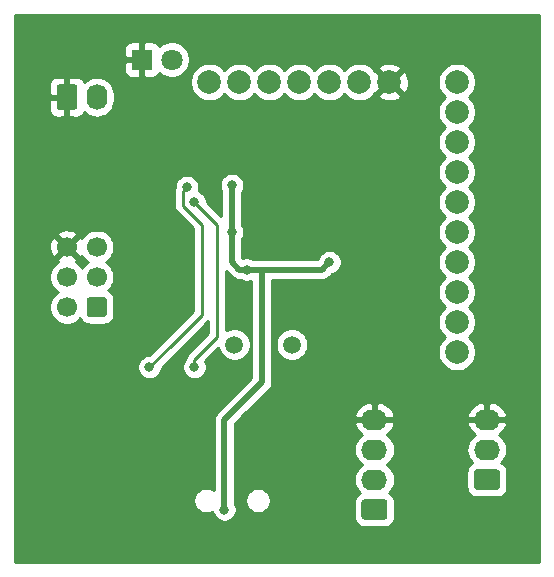
<source format=gbr>
%TF.GenerationSoftware,KiCad,Pcbnew,5.1.10*%
%TF.CreationDate,2021-10-29T02:28:02-05:00*%
%TF.ProjectId,evan_atmega32u4,6576616e-5f61-4746-9d65-676133327534,rev?*%
%TF.SameCoordinates,Original*%
%TF.FileFunction,Copper,L2,Bot*%
%TF.FilePolarity,Positive*%
%FSLAX46Y46*%
G04 Gerber Fmt 4.6, Leading zero omitted, Abs format (unit mm)*
G04 Created by KiCad (PCBNEW 5.1.10) date 2021-10-29 02:28:02*
%MOMM*%
%LPD*%
G01*
G04 APERTURE LIST*
%TA.AperFunction,ComponentPad*%
%ADD10C,1.500000*%
%TD*%
%TA.AperFunction,ComponentPad*%
%ADD11C,1.800000*%
%TD*%
%TA.AperFunction,ComponentPad*%
%ADD12R,1.800000X1.800000*%
%TD*%
%TA.AperFunction,ComponentPad*%
%ADD13C,2.000000*%
%TD*%
%TA.AperFunction,ComponentPad*%
%ADD14O,2.190000X1.740000*%
%TD*%
%TA.AperFunction,ComponentPad*%
%ADD15O,1.740000X2.190000*%
%TD*%
%TA.AperFunction,ComponentPad*%
%ADD16C,1.700000*%
%TD*%
%TA.AperFunction,ViaPad*%
%ADD17C,0.800000*%
%TD*%
%TA.AperFunction,Conductor*%
%ADD18C,0.508000*%
%TD*%
%TA.AperFunction,Conductor*%
%ADD19C,0.254000*%
%TD*%
%TA.AperFunction,Conductor*%
%ADD20C,0.100000*%
%TD*%
G04 APERTURE END LIST*
D10*
%TO.P,Y1,2*%
%TO.N,Net-(C2-Pad2)*%
X174825000Y-81915000D03*
%TO.P,Y1,1*%
%TO.N,Net-(C1-Pad1)*%
X179705000Y-81915000D03*
%TD*%
D11*
%TO.P,D2,2*%
%TO.N,Net-(D2-Pad2)*%
X169545000Y-57785000D03*
D12*
%TO.P,D2,1*%
%TO.N,GND*%
X167005000Y-57785000D03*
%TD*%
D13*
%TO.P,PB1,1*%
%TO.N,GND*%
X187960000Y-59690000D03*
%TD*%
D14*
%TO.P,J5,4*%
%TO.N,GND*%
X186690000Y-88265000D03*
%TO.P,J5,3*%
%TO.N,Net-(J5-Pad3)*%
X186690000Y-90805000D03*
%TO.P,J5,2*%
%TO.N,Net-(J5-Pad2)*%
X186690000Y-93345000D03*
%TO.P,J5,1*%
%TO.N,+5V*%
%TA.AperFunction,ComponentPad*%
G36*
G01*
X187535001Y-96755000D02*
X185844999Y-96755000D01*
G75*
G02*
X185595000Y-96505001I0J249999D01*
G01*
X185595000Y-95264999D01*
G75*
G02*
X185844999Y-95015000I249999J0D01*
G01*
X187535001Y-95015000D01*
G75*
G02*
X187785000Y-95264999I0J-249999D01*
G01*
X187785000Y-96505001D01*
G75*
G02*
X187535001Y-96755000I-249999J0D01*
G01*
G37*
%TD.AperFunction*%
%TD*%
D13*
%TO.P,PF7,1*%
%TO.N,Net-(PF7-Pad1)*%
X185420000Y-59690000D03*
%TD*%
%TO.P,PF6,1*%
%TO.N,Net-(PF6-Pad1)*%
X182880000Y-59690000D03*
%TD*%
%TO.P,PF5,1*%
%TO.N,Net-(PF5-Pad1)*%
X180340000Y-59690000D03*
%TD*%
%TO.P,PF4,1*%
%TO.N,Net-(PF4-Pad1)*%
X177800000Y-59690000D03*
%TD*%
%TO.P,PF1,1*%
%TO.N,Net-(PF1-Pad1)*%
X175260000Y-59690000D03*
%TD*%
%TO.P,PF0,1*%
%TO.N,Net-(PF0-Pad1)*%
X172720000Y-59690000D03*
%TD*%
%TO.P,PE2,1*%
%TO.N,Net-(PE2-Pad1)*%
X193675000Y-59690000D03*
%TD*%
%TO.P,PD7,1*%
%TO.N,Net-(PD7-Pad1)*%
X193675000Y-74930000D03*
%TD*%
%TO.P,PD6,1*%
%TO.N,Net-(PD6-Pad1)*%
X193675000Y-77470000D03*
%TD*%
%TO.P,PD5,1*%
%TO.N,Net-(PD5-Pad1)*%
X193675000Y-82550000D03*
%TD*%
%TO.P,PD4,1*%
%TO.N,Net-(PD4-Pad1)*%
X193675000Y-80010000D03*
%TD*%
%TO.P,PC7,1*%
%TO.N,Net-(PC7-Pad1)*%
X193675000Y-62230000D03*
%TD*%
%TO.P,PC6,1*%
%TO.N,Net-(PC6-Pad1)*%
X193675000Y-64770000D03*
%TD*%
%TO.P,PB6,1*%
%TO.N,Net-(PB6-Pad1)*%
X193675000Y-67310000D03*
%TD*%
%TO.P,PB5,1*%
%TO.N,Net-(PB5-Pad1)*%
X193675000Y-69850000D03*
%TD*%
%TO.P,PB4,1*%
%TO.N,Net-(PB4-Pad1)*%
X193675000Y-72390000D03*
%TD*%
D14*
%TO.P,J4,3*%
%TO.N,GND*%
X196215000Y-88265000D03*
%TO.P,J4,2*%
%TO.N,/TX*%
X196215000Y-90805000D03*
%TO.P,J4,1*%
%TO.N,/RX*%
%TA.AperFunction,ComponentPad*%
G36*
G01*
X197060001Y-94215000D02*
X195369999Y-94215000D01*
G75*
G02*
X195120000Y-93965001I0J249999D01*
G01*
X195120000Y-92724999D01*
G75*
G02*
X195369999Y-92475000I249999J0D01*
G01*
X197060001Y-92475000D01*
G75*
G02*
X197310000Y-92724999I0J-249999D01*
G01*
X197310000Y-93965001D01*
G75*
G02*
X197060001Y-94215000I-249999J0D01*
G01*
G37*
%TD.AperFunction*%
%TD*%
D15*
%TO.P,J3,2*%
%TO.N,+5V*%
X163195000Y-60960000D03*
%TO.P,J3,1*%
%TO.N,GND*%
%TA.AperFunction,ComponentPad*%
G36*
G01*
X159785000Y-61805001D02*
X159785000Y-60114999D01*
G75*
G02*
X160034999Y-59865000I249999J0D01*
G01*
X161275001Y-59865000D01*
G75*
G02*
X161525000Y-60114999I0J-249999D01*
G01*
X161525000Y-61805001D01*
G75*
G02*
X161275001Y-62055000I-249999J0D01*
G01*
X160034999Y-62055000D01*
G75*
G02*
X159785000Y-61805001I0J249999D01*
G01*
G37*
%TD.AperFunction*%
%TD*%
D16*
%TO.P,J2,6*%
%TO.N,GND*%
X160655000Y-73660000D03*
%TO.P,J2,4*%
%TO.N,/MOSI*%
X160655000Y-76200000D03*
%TO.P,J2,2*%
%TO.N,Net-(D1-Pad2)*%
X160655000Y-78740000D03*
%TO.P,J2,5*%
%TO.N,/RST*%
X163195000Y-73660000D03*
%TO.P,J2,3*%
%TO.N,/SCK*%
X163195000Y-76200000D03*
%TO.P,J2,1*%
%TO.N,/MISO*%
%TA.AperFunction,ComponentPad*%
G36*
G01*
X164045000Y-78140000D02*
X164045000Y-79340000D01*
G75*
G02*
X163795000Y-79590000I-250000J0D01*
G01*
X162595000Y-79590000D01*
G75*
G02*
X162345000Y-79340000I0J250000D01*
G01*
X162345000Y-78140000D01*
G75*
G02*
X162595000Y-77890000I250000J0D01*
G01*
X163795000Y-77890000D01*
G75*
G02*
X164045000Y-78140000I0J-250000D01*
G01*
G37*
%TD.AperFunction*%
%TD*%
D17*
%TO.N,GND*%
X178435000Y-71755000D03*
X187325000Y-78105000D03*
X182245000Y-93345000D03*
%TO.N,+5V*%
X182880000Y-74930000D03*
X174625000Y-72390000D03*
X174625000Y-68428000D03*
X175895000Y-75565000D03*
X173990000Y-95885000D03*
%TO.N,Net-(R1-Pad1)*%
X171450000Y-69850000D03*
%TO.N,Net-(R2-Pad1)*%
X170815000Y-68580000D03*
%TO.N,Net-(R1-Pad1)*%
X171450000Y-83820000D03*
%TO.N,Net-(R2-Pad1)*%
X167640000Y-83820000D03*
%TD*%
D18*
%TO.N,+5V*%
X182245000Y-75565000D02*
X182880000Y-74930000D01*
X175260000Y-75565000D02*
X174625000Y-74930000D01*
X174625000Y-74930000D02*
X174625000Y-72390000D01*
X174625000Y-72390000D02*
X174625000Y-68580000D01*
X176530000Y-75565000D02*
X175895000Y-75565000D01*
X175895000Y-75565000D02*
X175260000Y-75565000D01*
X173990000Y-88265000D02*
X177165000Y-85090000D01*
X177165000Y-85090000D02*
X177165000Y-75565000D01*
X173990000Y-95885000D02*
X173990000Y-88265000D01*
X177165000Y-75565000D02*
X182245000Y-75565000D01*
X176530000Y-75565000D02*
X177165000Y-75565000D01*
D19*
%TO.N,Net-(R2-Pad1)*%
X172085000Y-71755000D02*
X170494027Y-70164027D01*
X170494027Y-70164027D02*
X170494027Y-68900973D01*
X170494027Y-68900973D02*
X170815000Y-68580000D01*
X169545000Y-81915000D02*
X172085000Y-79375000D01*
X172085000Y-79375000D02*
X172085000Y-71755000D01*
%TO.N,Net-(R1-Pad1)*%
X171450000Y-83185000D02*
X171450000Y-83820000D01*
X173355000Y-81280000D02*
X171450000Y-83185000D01*
X173355000Y-71755000D02*
X173355000Y-81280000D01*
X171450000Y-69850000D02*
X173355000Y-71755000D01*
%TO.N,Net-(R2-Pad1)*%
X169545000Y-81915000D02*
X167640000Y-83820000D01*
%TD*%
%TO.N,GND*%
X200635000Y-100305000D02*
X156235000Y-100305000D01*
X156235000Y-83718061D01*
X166605000Y-83718061D01*
X166605000Y-83921939D01*
X166644774Y-84121898D01*
X166722795Y-84310256D01*
X166836063Y-84479774D01*
X166980226Y-84623937D01*
X167149744Y-84737205D01*
X167338102Y-84815226D01*
X167538061Y-84855000D01*
X167741939Y-84855000D01*
X167941898Y-84815226D01*
X168130256Y-84737205D01*
X168299774Y-84623937D01*
X168443937Y-84479774D01*
X168557205Y-84310256D01*
X168635226Y-84121898D01*
X168675000Y-83921939D01*
X168675000Y-83862630D01*
X170110279Y-82427352D01*
X170110283Y-82427347D01*
X172593001Y-79944630D01*
X172593001Y-80964368D01*
X170937654Y-82619716D01*
X170908578Y-82643578D01*
X170878125Y-82680686D01*
X170813355Y-82759608D01*
X170778524Y-82824774D01*
X170742598Y-82891986D01*
X170699026Y-83035623D01*
X170691199Y-83115090D01*
X170646063Y-83160226D01*
X170532795Y-83329744D01*
X170454774Y-83518102D01*
X170415000Y-83718061D01*
X170415000Y-83921939D01*
X170454774Y-84121898D01*
X170532795Y-84310256D01*
X170646063Y-84479774D01*
X170790226Y-84623937D01*
X170959744Y-84737205D01*
X171148102Y-84815226D01*
X171348061Y-84855000D01*
X171551939Y-84855000D01*
X171751898Y-84815226D01*
X171940256Y-84737205D01*
X172109774Y-84623937D01*
X172253937Y-84479774D01*
X172367205Y-84310256D01*
X172445226Y-84121898D01*
X172485000Y-83921939D01*
X172485000Y-83718061D01*
X172445226Y-83518102D01*
X172371798Y-83340832D01*
X173476703Y-82235928D01*
X173493225Y-82318989D01*
X173597629Y-82571043D01*
X173749201Y-82797886D01*
X173942114Y-82990799D01*
X174168957Y-83142371D01*
X174421011Y-83246775D01*
X174688589Y-83300000D01*
X174961411Y-83300000D01*
X175228989Y-83246775D01*
X175481043Y-83142371D01*
X175707886Y-82990799D01*
X175900799Y-82797886D01*
X176052371Y-82571043D01*
X176156775Y-82318989D01*
X176210000Y-82051411D01*
X176210000Y-81778589D01*
X176156775Y-81511011D01*
X176052371Y-81258957D01*
X175900799Y-81032114D01*
X175707886Y-80839201D01*
X175481043Y-80687629D01*
X175228989Y-80583225D01*
X174961411Y-80530000D01*
X174688589Y-80530000D01*
X174421011Y-80583225D01*
X174168957Y-80687629D01*
X174117000Y-80722346D01*
X174117000Y-75679235D01*
X174600505Y-76162741D01*
X174628341Y-76196659D01*
X174763709Y-76307753D01*
X174918149Y-76390303D01*
X175034892Y-76425716D01*
X175085725Y-76441136D01*
X175102325Y-76442771D01*
X175216333Y-76454000D01*
X175216340Y-76454000D01*
X175260000Y-76458300D01*
X175303660Y-76454000D01*
X175362532Y-76454000D01*
X175404744Y-76482205D01*
X175593102Y-76560226D01*
X175793061Y-76600000D01*
X175996939Y-76600000D01*
X176196898Y-76560226D01*
X176276001Y-76527460D01*
X176276000Y-84721764D01*
X173392259Y-87605506D01*
X173358342Y-87633341D01*
X173330507Y-87667258D01*
X173330505Y-87667260D01*
X173247248Y-87768709D01*
X173164698Y-87923148D01*
X173113864Y-88090726D01*
X173096700Y-88265000D01*
X173101001Y-88308670D01*
X173101000Y-94269770D01*
X172938940Y-94161485D01*
X172741483Y-94079696D01*
X172531863Y-94038000D01*
X172318137Y-94038000D01*
X172108517Y-94079696D01*
X171911060Y-94161485D01*
X171733353Y-94280225D01*
X171582225Y-94431353D01*
X171463485Y-94609060D01*
X171381696Y-94806517D01*
X171340000Y-95016137D01*
X171340000Y-95229863D01*
X171381696Y-95439483D01*
X171463485Y-95636940D01*
X171582225Y-95814647D01*
X171733353Y-95965775D01*
X171911060Y-96084515D01*
X172108517Y-96166304D01*
X172318137Y-96208000D01*
X172531863Y-96208000D01*
X172741483Y-96166304D01*
X172938940Y-96084515D01*
X172970248Y-96063596D01*
X172994774Y-96186898D01*
X173072795Y-96375256D01*
X173186063Y-96544774D01*
X173330226Y-96688937D01*
X173499744Y-96802205D01*
X173688102Y-96880226D01*
X173888061Y-96920000D01*
X174091939Y-96920000D01*
X174291898Y-96880226D01*
X174480256Y-96802205D01*
X174649774Y-96688937D01*
X174793937Y-96544774D01*
X174907205Y-96375256D01*
X174985226Y-96186898D01*
X175025000Y-95986939D01*
X175025000Y-95783061D01*
X174985226Y-95583102D01*
X174907205Y-95394744D01*
X174879000Y-95352532D01*
X174879000Y-95016137D01*
X175740000Y-95016137D01*
X175740000Y-95229863D01*
X175781696Y-95439483D01*
X175863485Y-95636940D01*
X175982225Y-95814647D01*
X176133353Y-95965775D01*
X176311060Y-96084515D01*
X176508517Y-96166304D01*
X176718137Y-96208000D01*
X176931863Y-96208000D01*
X177141483Y-96166304D01*
X177338940Y-96084515D01*
X177516647Y-95965775D01*
X177667775Y-95814647D01*
X177786515Y-95636940D01*
X177868304Y-95439483D01*
X177910000Y-95229863D01*
X177910000Y-95016137D01*
X177868304Y-94806517D01*
X177786515Y-94609060D01*
X177667775Y-94431353D01*
X177516647Y-94280225D01*
X177338940Y-94161485D01*
X177141483Y-94079696D01*
X176931863Y-94038000D01*
X176718137Y-94038000D01*
X176508517Y-94079696D01*
X176311060Y-94161485D01*
X176133353Y-94280225D01*
X175982225Y-94431353D01*
X175863485Y-94609060D01*
X175781696Y-94806517D01*
X175740000Y-95016137D01*
X174879000Y-95016137D01*
X174879000Y-90805000D01*
X184952718Y-90805000D01*
X184981776Y-91100032D01*
X185067834Y-91383725D01*
X185207583Y-91645179D01*
X185395655Y-91874345D01*
X185624821Y-92062417D01*
X185648362Y-92075000D01*
X185624821Y-92087583D01*
X185395655Y-92275655D01*
X185207583Y-92504821D01*
X185067834Y-92766275D01*
X184981776Y-93049968D01*
X184952718Y-93345000D01*
X184981776Y-93640032D01*
X185067834Y-93923725D01*
X185207583Y-94185179D01*
X185395655Y-94414345D01*
X185461114Y-94468066D01*
X185351613Y-94526595D01*
X185217038Y-94637038D01*
X185106595Y-94771613D01*
X185024528Y-94925149D01*
X184973992Y-95091745D01*
X184956928Y-95264999D01*
X184956928Y-96505001D01*
X184973992Y-96678255D01*
X185024528Y-96844851D01*
X185106595Y-96998387D01*
X185217038Y-97132962D01*
X185351613Y-97243405D01*
X185505149Y-97325472D01*
X185671745Y-97376008D01*
X185844999Y-97393072D01*
X187535001Y-97393072D01*
X187708255Y-97376008D01*
X187874851Y-97325472D01*
X188028387Y-97243405D01*
X188162962Y-97132962D01*
X188273405Y-96998387D01*
X188355472Y-96844851D01*
X188406008Y-96678255D01*
X188423072Y-96505001D01*
X188423072Y-95264999D01*
X188406008Y-95091745D01*
X188355472Y-94925149D01*
X188273405Y-94771613D01*
X188162962Y-94637038D01*
X188028387Y-94526595D01*
X187918886Y-94468066D01*
X187984345Y-94414345D01*
X188172417Y-94185179D01*
X188312166Y-93923725D01*
X188398224Y-93640032D01*
X188427282Y-93345000D01*
X188398224Y-93049968D01*
X188312166Y-92766275D01*
X188172417Y-92504821D01*
X187984345Y-92275655D01*
X187755179Y-92087583D01*
X187731638Y-92075000D01*
X187755179Y-92062417D01*
X187984345Y-91874345D01*
X188172417Y-91645179D01*
X188312166Y-91383725D01*
X188398224Y-91100032D01*
X188427282Y-90805000D01*
X194477718Y-90805000D01*
X194506776Y-91100032D01*
X194592834Y-91383725D01*
X194732583Y-91645179D01*
X194920655Y-91874345D01*
X194986114Y-91928066D01*
X194876613Y-91986595D01*
X194742038Y-92097038D01*
X194631595Y-92231613D01*
X194549528Y-92385149D01*
X194498992Y-92551745D01*
X194481928Y-92724999D01*
X194481928Y-93965001D01*
X194498992Y-94138255D01*
X194549528Y-94304851D01*
X194631595Y-94458387D01*
X194742038Y-94592962D01*
X194876613Y-94703405D01*
X195030149Y-94785472D01*
X195196745Y-94836008D01*
X195369999Y-94853072D01*
X197060001Y-94853072D01*
X197233255Y-94836008D01*
X197399851Y-94785472D01*
X197553387Y-94703405D01*
X197687962Y-94592962D01*
X197798405Y-94458387D01*
X197880472Y-94304851D01*
X197931008Y-94138255D01*
X197948072Y-93965001D01*
X197948072Y-92724999D01*
X197931008Y-92551745D01*
X197880472Y-92385149D01*
X197798405Y-92231613D01*
X197687962Y-92097038D01*
X197553387Y-91986595D01*
X197443886Y-91928066D01*
X197509345Y-91874345D01*
X197697417Y-91645179D01*
X197837166Y-91383725D01*
X197923224Y-91100032D01*
X197952282Y-90805000D01*
X197923224Y-90509968D01*
X197837166Y-90226275D01*
X197697417Y-89964821D01*
X197509345Y-89735655D01*
X197280179Y-89547583D01*
X197251848Y-89532440D01*
X197392433Y-89439708D01*
X197603306Y-89231326D01*
X197769474Y-88985809D01*
X197884551Y-88712591D01*
X197901302Y-88625031D01*
X197780246Y-88392000D01*
X196342000Y-88392000D01*
X196342000Y-88412000D01*
X196088000Y-88412000D01*
X196088000Y-88392000D01*
X194649754Y-88392000D01*
X194528698Y-88625031D01*
X194545449Y-88712591D01*
X194660526Y-88985809D01*
X194826694Y-89231326D01*
X195037567Y-89439708D01*
X195178152Y-89532440D01*
X195149821Y-89547583D01*
X194920655Y-89735655D01*
X194732583Y-89964821D01*
X194592834Y-90226275D01*
X194506776Y-90509968D01*
X194477718Y-90805000D01*
X188427282Y-90805000D01*
X188398224Y-90509968D01*
X188312166Y-90226275D01*
X188172417Y-89964821D01*
X187984345Y-89735655D01*
X187755179Y-89547583D01*
X187726848Y-89532440D01*
X187867433Y-89439708D01*
X188078306Y-89231326D01*
X188244474Y-88985809D01*
X188359551Y-88712591D01*
X188376302Y-88625031D01*
X188255246Y-88392000D01*
X186817000Y-88392000D01*
X186817000Y-88412000D01*
X186563000Y-88412000D01*
X186563000Y-88392000D01*
X185124754Y-88392000D01*
X185003698Y-88625031D01*
X185020449Y-88712591D01*
X185135526Y-88985809D01*
X185301694Y-89231326D01*
X185512567Y-89439708D01*
X185653152Y-89532440D01*
X185624821Y-89547583D01*
X185395655Y-89735655D01*
X185207583Y-89964821D01*
X185067834Y-90226275D01*
X184981776Y-90509968D01*
X184952718Y-90805000D01*
X174879000Y-90805000D01*
X174879000Y-88633235D01*
X175607266Y-87904969D01*
X185003698Y-87904969D01*
X185124754Y-88138000D01*
X186563000Y-88138000D01*
X186563000Y-86914624D01*
X186817000Y-86914624D01*
X186817000Y-88138000D01*
X188255246Y-88138000D01*
X188376302Y-87904969D01*
X194528698Y-87904969D01*
X194649754Y-88138000D01*
X196088000Y-88138000D01*
X196088000Y-86914624D01*
X196342000Y-86914624D01*
X196342000Y-88138000D01*
X197780246Y-88138000D01*
X197901302Y-87904969D01*
X197884551Y-87817409D01*
X197769474Y-87544191D01*
X197603306Y-87298674D01*
X197392433Y-87090292D01*
X197144958Y-86927053D01*
X196870392Y-86815231D01*
X196579286Y-86759123D01*
X196342000Y-86914624D01*
X196088000Y-86914624D01*
X195850714Y-86759123D01*
X195559608Y-86815231D01*
X195285042Y-86927053D01*
X195037567Y-87090292D01*
X194826694Y-87298674D01*
X194660526Y-87544191D01*
X194545449Y-87817409D01*
X194528698Y-87904969D01*
X188376302Y-87904969D01*
X188359551Y-87817409D01*
X188244474Y-87544191D01*
X188078306Y-87298674D01*
X187867433Y-87090292D01*
X187619958Y-86927053D01*
X187345392Y-86815231D01*
X187054286Y-86759123D01*
X186817000Y-86914624D01*
X186563000Y-86914624D01*
X186325714Y-86759123D01*
X186034608Y-86815231D01*
X185760042Y-86927053D01*
X185512567Y-87090292D01*
X185301694Y-87298674D01*
X185135526Y-87544191D01*
X185020449Y-87817409D01*
X185003698Y-87904969D01*
X175607266Y-87904969D01*
X177762743Y-85749493D01*
X177796659Y-85721659D01*
X177907753Y-85586291D01*
X177990303Y-85431851D01*
X178041136Y-85264274D01*
X178054000Y-85133667D01*
X178054000Y-85133661D01*
X178058300Y-85090001D01*
X178054000Y-85046341D01*
X178054000Y-81778589D01*
X178320000Y-81778589D01*
X178320000Y-82051411D01*
X178373225Y-82318989D01*
X178477629Y-82571043D01*
X178629201Y-82797886D01*
X178822114Y-82990799D01*
X179048957Y-83142371D01*
X179301011Y-83246775D01*
X179568589Y-83300000D01*
X179841411Y-83300000D01*
X180108989Y-83246775D01*
X180361043Y-83142371D01*
X180587886Y-82990799D01*
X180780799Y-82797886D01*
X180932371Y-82571043D01*
X181036775Y-82318989D01*
X181090000Y-82051411D01*
X181090000Y-81778589D01*
X181036775Y-81511011D01*
X180932371Y-81258957D01*
X180780799Y-81032114D01*
X180587886Y-80839201D01*
X180361043Y-80687629D01*
X180108989Y-80583225D01*
X179841411Y-80530000D01*
X179568589Y-80530000D01*
X179301011Y-80583225D01*
X179048957Y-80687629D01*
X178822114Y-80839201D01*
X178629201Y-81032114D01*
X178477629Y-81258957D01*
X178373225Y-81511011D01*
X178320000Y-81778589D01*
X178054000Y-81778589D01*
X178054000Y-76454000D01*
X182201340Y-76454000D01*
X182245000Y-76458300D01*
X182288660Y-76454000D01*
X182288667Y-76454000D01*
X182419274Y-76441136D01*
X182586851Y-76390303D01*
X182741291Y-76307753D01*
X182876659Y-76196659D01*
X182904498Y-76162737D01*
X183132105Y-75935130D01*
X183181898Y-75925226D01*
X183370256Y-75847205D01*
X183539774Y-75733937D01*
X183683937Y-75589774D01*
X183797205Y-75420256D01*
X183875226Y-75231898D01*
X183915000Y-75031939D01*
X183915000Y-74828061D01*
X183875226Y-74628102D01*
X183797205Y-74439744D01*
X183683937Y-74270226D01*
X183539774Y-74126063D01*
X183370256Y-74012795D01*
X183181898Y-73934774D01*
X182981939Y-73895000D01*
X182778061Y-73895000D01*
X182578102Y-73934774D01*
X182389744Y-74012795D01*
X182220226Y-74126063D01*
X182076063Y-74270226D01*
X181962795Y-74439744D01*
X181884774Y-74628102D01*
X181875247Y-74676000D01*
X177208667Y-74676000D01*
X177165000Y-74671699D01*
X177121333Y-74676000D01*
X176427468Y-74676000D01*
X176385256Y-74647795D01*
X176196898Y-74569774D01*
X175996939Y-74530000D01*
X175793061Y-74530000D01*
X175593102Y-74569774D01*
X175542832Y-74590597D01*
X175514000Y-74561765D01*
X175514000Y-72922468D01*
X175542205Y-72880256D01*
X175620226Y-72691898D01*
X175660000Y-72491939D01*
X175660000Y-72288061D01*
X175620226Y-72088102D01*
X175542205Y-71899744D01*
X175514000Y-71857532D01*
X175514000Y-68960468D01*
X175542205Y-68918256D01*
X175620226Y-68729898D01*
X175660000Y-68529939D01*
X175660000Y-68326061D01*
X175620226Y-68126102D01*
X175542205Y-67937744D01*
X175428937Y-67768226D01*
X175284774Y-67624063D01*
X175115256Y-67510795D01*
X174926898Y-67432774D01*
X174726939Y-67393000D01*
X174523061Y-67393000D01*
X174323102Y-67432774D01*
X174134744Y-67510795D01*
X173965226Y-67624063D01*
X173821063Y-67768226D01*
X173707795Y-67937744D01*
X173629774Y-68126102D01*
X173590000Y-68326061D01*
X173590000Y-68529939D01*
X173629774Y-68729898D01*
X173707795Y-68918256D01*
X173736001Y-68960469D01*
X173736000Y-71058369D01*
X172485000Y-69807370D01*
X172485000Y-69748061D01*
X172445226Y-69548102D01*
X172367205Y-69359744D01*
X172253937Y-69190226D01*
X172109774Y-69046063D01*
X171940256Y-68932795D01*
X171810771Y-68879160D01*
X171850000Y-68681939D01*
X171850000Y-68478061D01*
X171810226Y-68278102D01*
X171732205Y-68089744D01*
X171618937Y-67920226D01*
X171474774Y-67776063D01*
X171305256Y-67662795D01*
X171116898Y-67584774D01*
X170916939Y-67545000D01*
X170713061Y-67545000D01*
X170513102Y-67584774D01*
X170324744Y-67662795D01*
X170155226Y-67776063D01*
X170011063Y-67920226D01*
X169897795Y-68089744D01*
X169819774Y-68278102D01*
X169780000Y-68478061D01*
X169780000Y-68629801D01*
X169743054Y-68751595D01*
X169728341Y-68900973D01*
X169732028Y-68938406D01*
X169732027Y-70126603D01*
X169728341Y-70164027D01*
X169732027Y-70201450D01*
X169732027Y-70201452D01*
X169743053Y-70313404D01*
X169786625Y-70457041D01*
X169786626Y-70457042D01*
X169857382Y-70589419D01*
X169886142Y-70624463D01*
X169952605Y-70705449D01*
X169981681Y-70729311D01*
X171323001Y-72070631D01*
X171323000Y-79059369D01*
X169032653Y-81349717D01*
X169032648Y-81349721D01*
X167597370Y-82785000D01*
X167538061Y-82785000D01*
X167338102Y-82824774D01*
X167149744Y-82902795D01*
X166980226Y-83016063D01*
X166836063Y-83160226D01*
X166722795Y-83329744D01*
X166644774Y-83518102D01*
X166605000Y-83718061D01*
X156235000Y-83718061D01*
X156235000Y-76053740D01*
X159170000Y-76053740D01*
X159170000Y-76346260D01*
X159227068Y-76633158D01*
X159339010Y-76903411D01*
X159501525Y-77146632D01*
X159708368Y-77353475D01*
X159882760Y-77470000D01*
X159708368Y-77586525D01*
X159501525Y-77793368D01*
X159339010Y-78036589D01*
X159227068Y-78306842D01*
X159170000Y-78593740D01*
X159170000Y-78886260D01*
X159227068Y-79173158D01*
X159339010Y-79443411D01*
X159501525Y-79686632D01*
X159708368Y-79893475D01*
X159951589Y-80055990D01*
X160221842Y-80167932D01*
X160508740Y-80225000D01*
X160801260Y-80225000D01*
X161088158Y-80167932D01*
X161358411Y-80055990D01*
X161601632Y-79893475D01*
X161788715Y-79706392D01*
X161856595Y-79833386D01*
X161967038Y-79967962D01*
X162101614Y-80078405D01*
X162255150Y-80160472D01*
X162421746Y-80211008D01*
X162595000Y-80228072D01*
X163795000Y-80228072D01*
X163968254Y-80211008D01*
X164134850Y-80160472D01*
X164288386Y-80078405D01*
X164422962Y-79967962D01*
X164533405Y-79833386D01*
X164615472Y-79679850D01*
X164666008Y-79513254D01*
X164683072Y-79340000D01*
X164683072Y-78140000D01*
X164666008Y-77966746D01*
X164615472Y-77800150D01*
X164533405Y-77646614D01*
X164422962Y-77512038D01*
X164288386Y-77401595D01*
X164161392Y-77333715D01*
X164348475Y-77146632D01*
X164510990Y-76903411D01*
X164622932Y-76633158D01*
X164680000Y-76346260D01*
X164680000Y-76053740D01*
X164622932Y-75766842D01*
X164510990Y-75496589D01*
X164348475Y-75253368D01*
X164141632Y-75046525D01*
X163967240Y-74930000D01*
X164141632Y-74813475D01*
X164348475Y-74606632D01*
X164510990Y-74363411D01*
X164622932Y-74093158D01*
X164680000Y-73806260D01*
X164680000Y-73513740D01*
X164622932Y-73226842D01*
X164510990Y-72956589D01*
X164348475Y-72713368D01*
X164141632Y-72506525D01*
X163898411Y-72344010D01*
X163628158Y-72232068D01*
X163341260Y-72175000D01*
X163048740Y-72175000D01*
X162761842Y-72232068D01*
X162491589Y-72344010D01*
X162248368Y-72506525D01*
X162041525Y-72713368D01*
X161925689Y-72886729D01*
X161683397Y-72811208D01*
X160834605Y-73660000D01*
X161683397Y-74508792D01*
X161925689Y-74433271D01*
X162041525Y-74606632D01*
X162248368Y-74813475D01*
X162422760Y-74930000D01*
X162248368Y-75046525D01*
X162041525Y-75253368D01*
X161925000Y-75427760D01*
X161808475Y-75253368D01*
X161601632Y-75046525D01*
X161428271Y-74930689D01*
X161503792Y-74688397D01*
X160655000Y-73839605D01*
X159806208Y-74688397D01*
X159881729Y-74930689D01*
X159708368Y-75046525D01*
X159501525Y-75253368D01*
X159339010Y-75496589D01*
X159227068Y-75766842D01*
X159170000Y-76053740D01*
X156235000Y-76053740D01*
X156235000Y-73728531D01*
X159164389Y-73728531D01*
X159206401Y-74018019D01*
X159304081Y-74293747D01*
X159377528Y-74431157D01*
X159626603Y-74508792D01*
X160475395Y-73660000D01*
X159626603Y-72811208D01*
X159377528Y-72888843D01*
X159251629Y-73152883D01*
X159179661Y-73436411D01*
X159164389Y-73728531D01*
X156235000Y-73728531D01*
X156235000Y-72631603D01*
X159806208Y-72631603D01*
X160655000Y-73480395D01*
X161503792Y-72631603D01*
X161426157Y-72382528D01*
X161162117Y-72256629D01*
X160878589Y-72184661D01*
X160586469Y-72169389D01*
X160296981Y-72211401D01*
X160021253Y-72309081D01*
X159883843Y-72382528D01*
X159806208Y-72631603D01*
X156235000Y-72631603D01*
X156235000Y-62055000D01*
X159146928Y-62055000D01*
X159159188Y-62179482D01*
X159195498Y-62299180D01*
X159254463Y-62409494D01*
X159333815Y-62506185D01*
X159430506Y-62585537D01*
X159540820Y-62644502D01*
X159660518Y-62680812D01*
X159785000Y-62693072D01*
X160369250Y-62690000D01*
X160528000Y-62531250D01*
X160528000Y-61087000D01*
X159308750Y-61087000D01*
X159150000Y-61245750D01*
X159146928Y-62055000D01*
X156235000Y-62055000D01*
X156235000Y-59865000D01*
X159146928Y-59865000D01*
X159150000Y-60674250D01*
X159308750Y-60833000D01*
X160528000Y-60833000D01*
X160528000Y-59388750D01*
X160782000Y-59388750D01*
X160782000Y-60833000D01*
X160802000Y-60833000D01*
X160802000Y-61087000D01*
X160782000Y-61087000D01*
X160782000Y-62531250D01*
X160940750Y-62690000D01*
X161525000Y-62693072D01*
X161649482Y-62680812D01*
X161769180Y-62644502D01*
X161879494Y-62585537D01*
X161976185Y-62506185D01*
X162055537Y-62409494D01*
X162114502Y-62299180D01*
X162127615Y-62255953D01*
X162354822Y-62442417D01*
X162616276Y-62582166D01*
X162899969Y-62668224D01*
X163195000Y-62697282D01*
X163490032Y-62668224D01*
X163773725Y-62582166D01*
X164035179Y-62442417D01*
X164264345Y-62254345D01*
X164452417Y-62025179D01*
X164592166Y-61763724D01*
X164678224Y-61480031D01*
X164700000Y-61258935D01*
X164700000Y-60661064D01*
X164678224Y-60439968D01*
X164592166Y-60156275D01*
X164452417Y-59894821D01*
X164264345Y-59665655D01*
X164097790Y-59528967D01*
X171085000Y-59528967D01*
X171085000Y-59851033D01*
X171147832Y-60166912D01*
X171271082Y-60464463D01*
X171450013Y-60732252D01*
X171677748Y-60959987D01*
X171945537Y-61138918D01*
X172243088Y-61262168D01*
X172558967Y-61325000D01*
X172881033Y-61325000D01*
X173196912Y-61262168D01*
X173494463Y-61138918D01*
X173762252Y-60959987D01*
X173989987Y-60732252D01*
X173990000Y-60732233D01*
X173990013Y-60732252D01*
X174217748Y-60959987D01*
X174485537Y-61138918D01*
X174783088Y-61262168D01*
X175098967Y-61325000D01*
X175421033Y-61325000D01*
X175736912Y-61262168D01*
X176034463Y-61138918D01*
X176302252Y-60959987D01*
X176529987Y-60732252D01*
X176530000Y-60732233D01*
X176530013Y-60732252D01*
X176757748Y-60959987D01*
X177025537Y-61138918D01*
X177323088Y-61262168D01*
X177638967Y-61325000D01*
X177961033Y-61325000D01*
X178276912Y-61262168D01*
X178574463Y-61138918D01*
X178842252Y-60959987D01*
X179069987Y-60732252D01*
X179070000Y-60732233D01*
X179070013Y-60732252D01*
X179297748Y-60959987D01*
X179565537Y-61138918D01*
X179863088Y-61262168D01*
X180178967Y-61325000D01*
X180501033Y-61325000D01*
X180816912Y-61262168D01*
X181114463Y-61138918D01*
X181382252Y-60959987D01*
X181609987Y-60732252D01*
X181610000Y-60732233D01*
X181610013Y-60732252D01*
X181837748Y-60959987D01*
X182105537Y-61138918D01*
X182403088Y-61262168D01*
X182718967Y-61325000D01*
X183041033Y-61325000D01*
X183356912Y-61262168D01*
X183654463Y-61138918D01*
X183922252Y-60959987D01*
X184149987Y-60732252D01*
X184150000Y-60732233D01*
X184150013Y-60732252D01*
X184377748Y-60959987D01*
X184645537Y-61138918D01*
X184943088Y-61262168D01*
X185258967Y-61325000D01*
X185581033Y-61325000D01*
X185896912Y-61262168D01*
X186194463Y-61138918D01*
X186462252Y-60959987D01*
X186596826Y-60825413D01*
X187004192Y-60825413D01*
X187099956Y-61089814D01*
X187389571Y-61230704D01*
X187701108Y-61312384D01*
X188022595Y-61331718D01*
X188341675Y-61287961D01*
X188646088Y-61182795D01*
X188820044Y-61089814D01*
X188915808Y-60825413D01*
X187960000Y-59869605D01*
X187004192Y-60825413D01*
X186596826Y-60825413D01*
X186689987Y-60732252D01*
X186762720Y-60623400D01*
X186824587Y-60645808D01*
X187780395Y-59690000D01*
X188139605Y-59690000D01*
X189095413Y-60645808D01*
X189359814Y-60550044D01*
X189500704Y-60260429D01*
X189582384Y-59948892D01*
X189601718Y-59627405D01*
X189588219Y-59528967D01*
X192040000Y-59528967D01*
X192040000Y-59851033D01*
X192102832Y-60166912D01*
X192226082Y-60464463D01*
X192405013Y-60732252D01*
X192632748Y-60959987D01*
X192632767Y-60960000D01*
X192632748Y-60960013D01*
X192405013Y-61187748D01*
X192226082Y-61455537D01*
X192102832Y-61753088D01*
X192040000Y-62068967D01*
X192040000Y-62391033D01*
X192102832Y-62706912D01*
X192226082Y-63004463D01*
X192405013Y-63272252D01*
X192632748Y-63499987D01*
X192632767Y-63500000D01*
X192632748Y-63500013D01*
X192405013Y-63727748D01*
X192226082Y-63995537D01*
X192102832Y-64293088D01*
X192040000Y-64608967D01*
X192040000Y-64931033D01*
X192102832Y-65246912D01*
X192226082Y-65544463D01*
X192405013Y-65812252D01*
X192632748Y-66039987D01*
X192632767Y-66040000D01*
X192632748Y-66040013D01*
X192405013Y-66267748D01*
X192226082Y-66535537D01*
X192102832Y-66833088D01*
X192040000Y-67148967D01*
X192040000Y-67471033D01*
X192102832Y-67786912D01*
X192226082Y-68084463D01*
X192405013Y-68352252D01*
X192632748Y-68579987D01*
X192632767Y-68580000D01*
X192632748Y-68580013D01*
X192405013Y-68807748D01*
X192226082Y-69075537D01*
X192102832Y-69373088D01*
X192040000Y-69688967D01*
X192040000Y-70011033D01*
X192102832Y-70326912D01*
X192226082Y-70624463D01*
X192405013Y-70892252D01*
X192632748Y-71119987D01*
X192632767Y-71120000D01*
X192632748Y-71120013D01*
X192405013Y-71347748D01*
X192226082Y-71615537D01*
X192102832Y-71913088D01*
X192040000Y-72228967D01*
X192040000Y-72551033D01*
X192102832Y-72866912D01*
X192226082Y-73164463D01*
X192405013Y-73432252D01*
X192632748Y-73659987D01*
X192632767Y-73660000D01*
X192632748Y-73660013D01*
X192405013Y-73887748D01*
X192226082Y-74155537D01*
X192102832Y-74453088D01*
X192040000Y-74768967D01*
X192040000Y-75091033D01*
X192102832Y-75406912D01*
X192226082Y-75704463D01*
X192405013Y-75972252D01*
X192632748Y-76199987D01*
X192632767Y-76200000D01*
X192632748Y-76200013D01*
X192405013Y-76427748D01*
X192226082Y-76695537D01*
X192102832Y-76993088D01*
X192040000Y-77308967D01*
X192040000Y-77631033D01*
X192102832Y-77946912D01*
X192226082Y-78244463D01*
X192405013Y-78512252D01*
X192632748Y-78739987D01*
X192632767Y-78740000D01*
X192632748Y-78740013D01*
X192405013Y-78967748D01*
X192226082Y-79235537D01*
X192102832Y-79533088D01*
X192040000Y-79848967D01*
X192040000Y-80171033D01*
X192102832Y-80486912D01*
X192226082Y-80784463D01*
X192405013Y-81052252D01*
X192632748Y-81279987D01*
X192632767Y-81280000D01*
X192632748Y-81280013D01*
X192405013Y-81507748D01*
X192226082Y-81775537D01*
X192102832Y-82073088D01*
X192040000Y-82388967D01*
X192040000Y-82711033D01*
X192102832Y-83026912D01*
X192226082Y-83324463D01*
X192405013Y-83592252D01*
X192632748Y-83819987D01*
X192900537Y-83998918D01*
X193198088Y-84122168D01*
X193513967Y-84185000D01*
X193836033Y-84185000D01*
X194151912Y-84122168D01*
X194449463Y-83998918D01*
X194717252Y-83819987D01*
X194944987Y-83592252D01*
X195123918Y-83324463D01*
X195247168Y-83026912D01*
X195310000Y-82711033D01*
X195310000Y-82388967D01*
X195247168Y-82073088D01*
X195123918Y-81775537D01*
X194944987Y-81507748D01*
X194717252Y-81280013D01*
X194717233Y-81280000D01*
X194717252Y-81279987D01*
X194944987Y-81052252D01*
X195123918Y-80784463D01*
X195247168Y-80486912D01*
X195310000Y-80171033D01*
X195310000Y-79848967D01*
X195247168Y-79533088D01*
X195123918Y-79235537D01*
X194944987Y-78967748D01*
X194717252Y-78740013D01*
X194717233Y-78740000D01*
X194717252Y-78739987D01*
X194944987Y-78512252D01*
X195123918Y-78244463D01*
X195247168Y-77946912D01*
X195310000Y-77631033D01*
X195310000Y-77308967D01*
X195247168Y-76993088D01*
X195123918Y-76695537D01*
X194944987Y-76427748D01*
X194717252Y-76200013D01*
X194717233Y-76200000D01*
X194717252Y-76199987D01*
X194944987Y-75972252D01*
X195123918Y-75704463D01*
X195247168Y-75406912D01*
X195310000Y-75091033D01*
X195310000Y-74768967D01*
X195247168Y-74453088D01*
X195123918Y-74155537D01*
X194944987Y-73887748D01*
X194717252Y-73660013D01*
X194717233Y-73660000D01*
X194717252Y-73659987D01*
X194944987Y-73432252D01*
X195123918Y-73164463D01*
X195247168Y-72866912D01*
X195310000Y-72551033D01*
X195310000Y-72228967D01*
X195247168Y-71913088D01*
X195123918Y-71615537D01*
X194944987Y-71347748D01*
X194717252Y-71120013D01*
X194717233Y-71120000D01*
X194717252Y-71119987D01*
X194944987Y-70892252D01*
X195123918Y-70624463D01*
X195247168Y-70326912D01*
X195310000Y-70011033D01*
X195310000Y-69688967D01*
X195247168Y-69373088D01*
X195123918Y-69075537D01*
X194944987Y-68807748D01*
X194717252Y-68580013D01*
X194717233Y-68580000D01*
X194717252Y-68579987D01*
X194944987Y-68352252D01*
X195123918Y-68084463D01*
X195247168Y-67786912D01*
X195310000Y-67471033D01*
X195310000Y-67148967D01*
X195247168Y-66833088D01*
X195123918Y-66535537D01*
X194944987Y-66267748D01*
X194717252Y-66040013D01*
X194717233Y-66040000D01*
X194717252Y-66039987D01*
X194944987Y-65812252D01*
X195123918Y-65544463D01*
X195247168Y-65246912D01*
X195310000Y-64931033D01*
X195310000Y-64608967D01*
X195247168Y-64293088D01*
X195123918Y-63995537D01*
X194944987Y-63727748D01*
X194717252Y-63500013D01*
X194717233Y-63500000D01*
X194717252Y-63499987D01*
X194944987Y-63272252D01*
X195123918Y-63004463D01*
X195247168Y-62706912D01*
X195310000Y-62391033D01*
X195310000Y-62068967D01*
X195247168Y-61753088D01*
X195123918Y-61455537D01*
X194944987Y-61187748D01*
X194717252Y-60960013D01*
X194717233Y-60960000D01*
X194717252Y-60959987D01*
X194944987Y-60732252D01*
X195123918Y-60464463D01*
X195247168Y-60166912D01*
X195310000Y-59851033D01*
X195310000Y-59528967D01*
X195247168Y-59213088D01*
X195123918Y-58915537D01*
X194944987Y-58647748D01*
X194717252Y-58420013D01*
X194449463Y-58241082D01*
X194151912Y-58117832D01*
X193836033Y-58055000D01*
X193513967Y-58055000D01*
X193198088Y-58117832D01*
X192900537Y-58241082D01*
X192632748Y-58420013D01*
X192405013Y-58647748D01*
X192226082Y-58915537D01*
X192102832Y-59213088D01*
X192040000Y-59528967D01*
X189588219Y-59528967D01*
X189557961Y-59308325D01*
X189452795Y-59003912D01*
X189359814Y-58829956D01*
X189095413Y-58734192D01*
X188139605Y-59690000D01*
X187780395Y-59690000D01*
X186824587Y-58734192D01*
X186762720Y-58756600D01*
X186689987Y-58647748D01*
X186596826Y-58554587D01*
X187004192Y-58554587D01*
X187960000Y-59510395D01*
X188915808Y-58554587D01*
X188820044Y-58290186D01*
X188530429Y-58149296D01*
X188218892Y-58067616D01*
X187897405Y-58048282D01*
X187578325Y-58092039D01*
X187273912Y-58197205D01*
X187099956Y-58290186D01*
X187004192Y-58554587D01*
X186596826Y-58554587D01*
X186462252Y-58420013D01*
X186194463Y-58241082D01*
X185896912Y-58117832D01*
X185581033Y-58055000D01*
X185258967Y-58055000D01*
X184943088Y-58117832D01*
X184645537Y-58241082D01*
X184377748Y-58420013D01*
X184150013Y-58647748D01*
X184150000Y-58647767D01*
X184149987Y-58647748D01*
X183922252Y-58420013D01*
X183654463Y-58241082D01*
X183356912Y-58117832D01*
X183041033Y-58055000D01*
X182718967Y-58055000D01*
X182403088Y-58117832D01*
X182105537Y-58241082D01*
X181837748Y-58420013D01*
X181610013Y-58647748D01*
X181610000Y-58647767D01*
X181609987Y-58647748D01*
X181382252Y-58420013D01*
X181114463Y-58241082D01*
X180816912Y-58117832D01*
X180501033Y-58055000D01*
X180178967Y-58055000D01*
X179863088Y-58117832D01*
X179565537Y-58241082D01*
X179297748Y-58420013D01*
X179070013Y-58647748D01*
X179070000Y-58647767D01*
X179069987Y-58647748D01*
X178842252Y-58420013D01*
X178574463Y-58241082D01*
X178276912Y-58117832D01*
X177961033Y-58055000D01*
X177638967Y-58055000D01*
X177323088Y-58117832D01*
X177025537Y-58241082D01*
X176757748Y-58420013D01*
X176530013Y-58647748D01*
X176530000Y-58647767D01*
X176529987Y-58647748D01*
X176302252Y-58420013D01*
X176034463Y-58241082D01*
X175736912Y-58117832D01*
X175421033Y-58055000D01*
X175098967Y-58055000D01*
X174783088Y-58117832D01*
X174485537Y-58241082D01*
X174217748Y-58420013D01*
X173990013Y-58647748D01*
X173990000Y-58647767D01*
X173989987Y-58647748D01*
X173762252Y-58420013D01*
X173494463Y-58241082D01*
X173196912Y-58117832D01*
X172881033Y-58055000D01*
X172558967Y-58055000D01*
X172243088Y-58117832D01*
X171945537Y-58241082D01*
X171677748Y-58420013D01*
X171450013Y-58647748D01*
X171271082Y-58915537D01*
X171147832Y-59213088D01*
X171085000Y-59528967D01*
X164097790Y-59528967D01*
X164035178Y-59477583D01*
X163773724Y-59337834D01*
X163490031Y-59251776D01*
X163195000Y-59222718D01*
X162899968Y-59251776D01*
X162616275Y-59337834D01*
X162354821Y-59477583D01*
X162127615Y-59664047D01*
X162114502Y-59620820D01*
X162055537Y-59510506D01*
X161976185Y-59413815D01*
X161879494Y-59334463D01*
X161769180Y-59275498D01*
X161649482Y-59239188D01*
X161525000Y-59226928D01*
X160940750Y-59230000D01*
X160782000Y-59388750D01*
X160528000Y-59388750D01*
X160369250Y-59230000D01*
X159785000Y-59226928D01*
X159660518Y-59239188D01*
X159540820Y-59275498D01*
X159430506Y-59334463D01*
X159333815Y-59413815D01*
X159254463Y-59510506D01*
X159195498Y-59620820D01*
X159159188Y-59740518D01*
X159146928Y-59865000D01*
X156235000Y-59865000D01*
X156235000Y-58685000D01*
X165466928Y-58685000D01*
X165479188Y-58809482D01*
X165515498Y-58929180D01*
X165574463Y-59039494D01*
X165653815Y-59136185D01*
X165750506Y-59215537D01*
X165860820Y-59274502D01*
X165980518Y-59310812D01*
X166105000Y-59323072D01*
X166719250Y-59320000D01*
X166878000Y-59161250D01*
X166878000Y-57912000D01*
X165628750Y-57912000D01*
X165470000Y-58070750D01*
X165466928Y-58685000D01*
X156235000Y-58685000D01*
X156235000Y-56885000D01*
X165466928Y-56885000D01*
X165470000Y-57499250D01*
X165628750Y-57658000D01*
X166878000Y-57658000D01*
X166878000Y-56408750D01*
X167132000Y-56408750D01*
X167132000Y-57658000D01*
X167152000Y-57658000D01*
X167152000Y-57912000D01*
X167132000Y-57912000D01*
X167132000Y-59161250D01*
X167290750Y-59320000D01*
X167905000Y-59323072D01*
X168029482Y-59310812D01*
X168149180Y-59274502D01*
X168259494Y-59215537D01*
X168356185Y-59136185D01*
X168435537Y-59039494D01*
X168494502Y-58929180D01*
X168500056Y-58910873D01*
X168566495Y-58977312D01*
X168817905Y-59145299D01*
X169097257Y-59261011D01*
X169393816Y-59320000D01*
X169696184Y-59320000D01*
X169992743Y-59261011D01*
X170272095Y-59145299D01*
X170523505Y-58977312D01*
X170737312Y-58763505D01*
X170905299Y-58512095D01*
X171021011Y-58232743D01*
X171080000Y-57936184D01*
X171080000Y-57633816D01*
X171021011Y-57337257D01*
X170905299Y-57057905D01*
X170737312Y-56806495D01*
X170523505Y-56592688D01*
X170272095Y-56424701D01*
X169992743Y-56308989D01*
X169696184Y-56250000D01*
X169393816Y-56250000D01*
X169097257Y-56308989D01*
X168817905Y-56424701D01*
X168566495Y-56592688D01*
X168500056Y-56659127D01*
X168494502Y-56640820D01*
X168435537Y-56530506D01*
X168356185Y-56433815D01*
X168259494Y-56354463D01*
X168149180Y-56295498D01*
X168029482Y-56259188D01*
X167905000Y-56246928D01*
X167290750Y-56250000D01*
X167132000Y-56408750D01*
X166878000Y-56408750D01*
X166719250Y-56250000D01*
X166105000Y-56246928D01*
X165980518Y-56259188D01*
X165860820Y-56295498D01*
X165750506Y-56354463D01*
X165653815Y-56433815D01*
X165574463Y-56530506D01*
X165515498Y-56640820D01*
X165479188Y-56760518D01*
X165466928Y-56885000D01*
X156235000Y-56885000D01*
X156235000Y-54000000D01*
X200635001Y-54000000D01*
X200635000Y-100305000D01*
%TA.AperFunction,Conductor*%
D20*
G36*
X200635000Y-100305000D02*
G01*
X156235000Y-100305000D01*
X156235000Y-83718061D01*
X166605000Y-83718061D01*
X166605000Y-83921939D01*
X166644774Y-84121898D01*
X166722795Y-84310256D01*
X166836063Y-84479774D01*
X166980226Y-84623937D01*
X167149744Y-84737205D01*
X167338102Y-84815226D01*
X167538061Y-84855000D01*
X167741939Y-84855000D01*
X167941898Y-84815226D01*
X168130256Y-84737205D01*
X168299774Y-84623937D01*
X168443937Y-84479774D01*
X168557205Y-84310256D01*
X168635226Y-84121898D01*
X168675000Y-83921939D01*
X168675000Y-83862630D01*
X170110279Y-82427352D01*
X170110283Y-82427347D01*
X172593001Y-79944630D01*
X172593001Y-80964368D01*
X170937654Y-82619716D01*
X170908578Y-82643578D01*
X170878125Y-82680686D01*
X170813355Y-82759608D01*
X170778524Y-82824774D01*
X170742598Y-82891986D01*
X170699026Y-83035623D01*
X170691199Y-83115090D01*
X170646063Y-83160226D01*
X170532795Y-83329744D01*
X170454774Y-83518102D01*
X170415000Y-83718061D01*
X170415000Y-83921939D01*
X170454774Y-84121898D01*
X170532795Y-84310256D01*
X170646063Y-84479774D01*
X170790226Y-84623937D01*
X170959744Y-84737205D01*
X171148102Y-84815226D01*
X171348061Y-84855000D01*
X171551939Y-84855000D01*
X171751898Y-84815226D01*
X171940256Y-84737205D01*
X172109774Y-84623937D01*
X172253937Y-84479774D01*
X172367205Y-84310256D01*
X172445226Y-84121898D01*
X172485000Y-83921939D01*
X172485000Y-83718061D01*
X172445226Y-83518102D01*
X172371798Y-83340832D01*
X173476703Y-82235928D01*
X173493225Y-82318989D01*
X173597629Y-82571043D01*
X173749201Y-82797886D01*
X173942114Y-82990799D01*
X174168957Y-83142371D01*
X174421011Y-83246775D01*
X174688589Y-83300000D01*
X174961411Y-83300000D01*
X175228989Y-83246775D01*
X175481043Y-83142371D01*
X175707886Y-82990799D01*
X175900799Y-82797886D01*
X176052371Y-82571043D01*
X176156775Y-82318989D01*
X176210000Y-82051411D01*
X176210000Y-81778589D01*
X176156775Y-81511011D01*
X176052371Y-81258957D01*
X175900799Y-81032114D01*
X175707886Y-80839201D01*
X175481043Y-80687629D01*
X175228989Y-80583225D01*
X174961411Y-80530000D01*
X174688589Y-80530000D01*
X174421011Y-80583225D01*
X174168957Y-80687629D01*
X174117000Y-80722346D01*
X174117000Y-75679235D01*
X174600505Y-76162741D01*
X174628341Y-76196659D01*
X174763709Y-76307753D01*
X174918149Y-76390303D01*
X175034892Y-76425716D01*
X175085725Y-76441136D01*
X175102325Y-76442771D01*
X175216333Y-76454000D01*
X175216340Y-76454000D01*
X175260000Y-76458300D01*
X175303660Y-76454000D01*
X175362532Y-76454000D01*
X175404744Y-76482205D01*
X175593102Y-76560226D01*
X175793061Y-76600000D01*
X175996939Y-76600000D01*
X176196898Y-76560226D01*
X176276001Y-76527460D01*
X176276000Y-84721764D01*
X173392259Y-87605506D01*
X173358342Y-87633341D01*
X173330507Y-87667258D01*
X173330505Y-87667260D01*
X173247248Y-87768709D01*
X173164698Y-87923148D01*
X173113864Y-88090726D01*
X173096700Y-88265000D01*
X173101001Y-88308670D01*
X173101000Y-94269770D01*
X172938940Y-94161485D01*
X172741483Y-94079696D01*
X172531863Y-94038000D01*
X172318137Y-94038000D01*
X172108517Y-94079696D01*
X171911060Y-94161485D01*
X171733353Y-94280225D01*
X171582225Y-94431353D01*
X171463485Y-94609060D01*
X171381696Y-94806517D01*
X171340000Y-95016137D01*
X171340000Y-95229863D01*
X171381696Y-95439483D01*
X171463485Y-95636940D01*
X171582225Y-95814647D01*
X171733353Y-95965775D01*
X171911060Y-96084515D01*
X172108517Y-96166304D01*
X172318137Y-96208000D01*
X172531863Y-96208000D01*
X172741483Y-96166304D01*
X172938940Y-96084515D01*
X172970248Y-96063596D01*
X172994774Y-96186898D01*
X173072795Y-96375256D01*
X173186063Y-96544774D01*
X173330226Y-96688937D01*
X173499744Y-96802205D01*
X173688102Y-96880226D01*
X173888061Y-96920000D01*
X174091939Y-96920000D01*
X174291898Y-96880226D01*
X174480256Y-96802205D01*
X174649774Y-96688937D01*
X174793937Y-96544774D01*
X174907205Y-96375256D01*
X174985226Y-96186898D01*
X175025000Y-95986939D01*
X175025000Y-95783061D01*
X174985226Y-95583102D01*
X174907205Y-95394744D01*
X174879000Y-95352532D01*
X174879000Y-95016137D01*
X175740000Y-95016137D01*
X175740000Y-95229863D01*
X175781696Y-95439483D01*
X175863485Y-95636940D01*
X175982225Y-95814647D01*
X176133353Y-95965775D01*
X176311060Y-96084515D01*
X176508517Y-96166304D01*
X176718137Y-96208000D01*
X176931863Y-96208000D01*
X177141483Y-96166304D01*
X177338940Y-96084515D01*
X177516647Y-95965775D01*
X177667775Y-95814647D01*
X177786515Y-95636940D01*
X177868304Y-95439483D01*
X177910000Y-95229863D01*
X177910000Y-95016137D01*
X177868304Y-94806517D01*
X177786515Y-94609060D01*
X177667775Y-94431353D01*
X177516647Y-94280225D01*
X177338940Y-94161485D01*
X177141483Y-94079696D01*
X176931863Y-94038000D01*
X176718137Y-94038000D01*
X176508517Y-94079696D01*
X176311060Y-94161485D01*
X176133353Y-94280225D01*
X175982225Y-94431353D01*
X175863485Y-94609060D01*
X175781696Y-94806517D01*
X175740000Y-95016137D01*
X174879000Y-95016137D01*
X174879000Y-90805000D01*
X184952718Y-90805000D01*
X184981776Y-91100032D01*
X185067834Y-91383725D01*
X185207583Y-91645179D01*
X185395655Y-91874345D01*
X185624821Y-92062417D01*
X185648362Y-92075000D01*
X185624821Y-92087583D01*
X185395655Y-92275655D01*
X185207583Y-92504821D01*
X185067834Y-92766275D01*
X184981776Y-93049968D01*
X184952718Y-93345000D01*
X184981776Y-93640032D01*
X185067834Y-93923725D01*
X185207583Y-94185179D01*
X185395655Y-94414345D01*
X185461114Y-94468066D01*
X185351613Y-94526595D01*
X185217038Y-94637038D01*
X185106595Y-94771613D01*
X185024528Y-94925149D01*
X184973992Y-95091745D01*
X184956928Y-95264999D01*
X184956928Y-96505001D01*
X184973992Y-96678255D01*
X185024528Y-96844851D01*
X185106595Y-96998387D01*
X185217038Y-97132962D01*
X185351613Y-97243405D01*
X185505149Y-97325472D01*
X185671745Y-97376008D01*
X185844999Y-97393072D01*
X187535001Y-97393072D01*
X187708255Y-97376008D01*
X187874851Y-97325472D01*
X188028387Y-97243405D01*
X188162962Y-97132962D01*
X188273405Y-96998387D01*
X188355472Y-96844851D01*
X188406008Y-96678255D01*
X188423072Y-96505001D01*
X188423072Y-95264999D01*
X188406008Y-95091745D01*
X188355472Y-94925149D01*
X188273405Y-94771613D01*
X188162962Y-94637038D01*
X188028387Y-94526595D01*
X187918886Y-94468066D01*
X187984345Y-94414345D01*
X188172417Y-94185179D01*
X188312166Y-93923725D01*
X188398224Y-93640032D01*
X188427282Y-93345000D01*
X188398224Y-93049968D01*
X188312166Y-92766275D01*
X188172417Y-92504821D01*
X187984345Y-92275655D01*
X187755179Y-92087583D01*
X187731638Y-92075000D01*
X187755179Y-92062417D01*
X187984345Y-91874345D01*
X188172417Y-91645179D01*
X188312166Y-91383725D01*
X188398224Y-91100032D01*
X188427282Y-90805000D01*
X194477718Y-90805000D01*
X194506776Y-91100032D01*
X194592834Y-91383725D01*
X194732583Y-91645179D01*
X194920655Y-91874345D01*
X194986114Y-91928066D01*
X194876613Y-91986595D01*
X194742038Y-92097038D01*
X194631595Y-92231613D01*
X194549528Y-92385149D01*
X194498992Y-92551745D01*
X194481928Y-92724999D01*
X194481928Y-93965001D01*
X194498992Y-94138255D01*
X194549528Y-94304851D01*
X194631595Y-94458387D01*
X194742038Y-94592962D01*
X194876613Y-94703405D01*
X195030149Y-94785472D01*
X195196745Y-94836008D01*
X195369999Y-94853072D01*
X197060001Y-94853072D01*
X197233255Y-94836008D01*
X197399851Y-94785472D01*
X197553387Y-94703405D01*
X197687962Y-94592962D01*
X197798405Y-94458387D01*
X197880472Y-94304851D01*
X197931008Y-94138255D01*
X197948072Y-93965001D01*
X197948072Y-92724999D01*
X197931008Y-92551745D01*
X197880472Y-92385149D01*
X197798405Y-92231613D01*
X197687962Y-92097038D01*
X197553387Y-91986595D01*
X197443886Y-91928066D01*
X197509345Y-91874345D01*
X197697417Y-91645179D01*
X197837166Y-91383725D01*
X197923224Y-91100032D01*
X197952282Y-90805000D01*
X197923224Y-90509968D01*
X197837166Y-90226275D01*
X197697417Y-89964821D01*
X197509345Y-89735655D01*
X197280179Y-89547583D01*
X197251848Y-89532440D01*
X197392433Y-89439708D01*
X197603306Y-89231326D01*
X197769474Y-88985809D01*
X197884551Y-88712591D01*
X197901302Y-88625031D01*
X197780246Y-88392000D01*
X196342000Y-88392000D01*
X196342000Y-88412000D01*
X196088000Y-88412000D01*
X196088000Y-88392000D01*
X194649754Y-88392000D01*
X194528698Y-88625031D01*
X194545449Y-88712591D01*
X194660526Y-88985809D01*
X194826694Y-89231326D01*
X195037567Y-89439708D01*
X195178152Y-89532440D01*
X195149821Y-89547583D01*
X194920655Y-89735655D01*
X194732583Y-89964821D01*
X194592834Y-90226275D01*
X194506776Y-90509968D01*
X194477718Y-90805000D01*
X188427282Y-90805000D01*
X188398224Y-90509968D01*
X188312166Y-90226275D01*
X188172417Y-89964821D01*
X187984345Y-89735655D01*
X187755179Y-89547583D01*
X187726848Y-89532440D01*
X187867433Y-89439708D01*
X188078306Y-89231326D01*
X188244474Y-88985809D01*
X188359551Y-88712591D01*
X188376302Y-88625031D01*
X188255246Y-88392000D01*
X186817000Y-88392000D01*
X186817000Y-88412000D01*
X186563000Y-88412000D01*
X186563000Y-88392000D01*
X185124754Y-88392000D01*
X185003698Y-88625031D01*
X185020449Y-88712591D01*
X185135526Y-88985809D01*
X185301694Y-89231326D01*
X185512567Y-89439708D01*
X185653152Y-89532440D01*
X185624821Y-89547583D01*
X185395655Y-89735655D01*
X185207583Y-89964821D01*
X185067834Y-90226275D01*
X184981776Y-90509968D01*
X184952718Y-90805000D01*
X174879000Y-90805000D01*
X174879000Y-88633235D01*
X175607266Y-87904969D01*
X185003698Y-87904969D01*
X185124754Y-88138000D01*
X186563000Y-88138000D01*
X186563000Y-86914624D01*
X186817000Y-86914624D01*
X186817000Y-88138000D01*
X188255246Y-88138000D01*
X188376302Y-87904969D01*
X194528698Y-87904969D01*
X194649754Y-88138000D01*
X196088000Y-88138000D01*
X196088000Y-86914624D01*
X196342000Y-86914624D01*
X196342000Y-88138000D01*
X197780246Y-88138000D01*
X197901302Y-87904969D01*
X197884551Y-87817409D01*
X197769474Y-87544191D01*
X197603306Y-87298674D01*
X197392433Y-87090292D01*
X197144958Y-86927053D01*
X196870392Y-86815231D01*
X196579286Y-86759123D01*
X196342000Y-86914624D01*
X196088000Y-86914624D01*
X195850714Y-86759123D01*
X195559608Y-86815231D01*
X195285042Y-86927053D01*
X195037567Y-87090292D01*
X194826694Y-87298674D01*
X194660526Y-87544191D01*
X194545449Y-87817409D01*
X194528698Y-87904969D01*
X188376302Y-87904969D01*
X188359551Y-87817409D01*
X188244474Y-87544191D01*
X188078306Y-87298674D01*
X187867433Y-87090292D01*
X187619958Y-86927053D01*
X187345392Y-86815231D01*
X187054286Y-86759123D01*
X186817000Y-86914624D01*
X186563000Y-86914624D01*
X186325714Y-86759123D01*
X186034608Y-86815231D01*
X185760042Y-86927053D01*
X185512567Y-87090292D01*
X185301694Y-87298674D01*
X185135526Y-87544191D01*
X185020449Y-87817409D01*
X185003698Y-87904969D01*
X175607266Y-87904969D01*
X177762743Y-85749493D01*
X177796659Y-85721659D01*
X177907753Y-85586291D01*
X177990303Y-85431851D01*
X178041136Y-85264274D01*
X178054000Y-85133667D01*
X178054000Y-85133661D01*
X178058300Y-85090001D01*
X178054000Y-85046341D01*
X178054000Y-81778589D01*
X178320000Y-81778589D01*
X178320000Y-82051411D01*
X178373225Y-82318989D01*
X178477629Y-82571043D01*
X178629201Y-82797886D01*
X178822114Y-82990799D01*
X179048957Y-83142371D01*
X179301011Y-83246775D01*
X179568589Y-83300000D01*
X179841411Y-83300000D01*
X180108989Y-83246775D01*
X180361043Y-83142371D01*
X180587886Y-82990799D01*
X180780799Y-82797886D01*
X180932371Y-82571043D01*
X181036775Y-82318989D01*
X181090000Y-82051411D01*
X181090000Y-81778589D01*
X181036775Y-81511011D01*
X180932371Y-81258957D01*
X180780799Y-81032114D01*
X180587886Y-80839201D01*
X180361043Y-80687629D01*
X180108989Y-80583225D01*
X179841411Y-80530000D01*
X179568589Y-80530000D01*
X179301011Y-80583225D01*
X179048957Y-80687629D01*
X178822114Y-80839201D01*
X178629201Y-81032114D01*
X178477629Y-81258957D01*
X178373225Y-81511011D01*
X178320000Y-81778589D01*
X178054000Y-81778589D01*
X178054000Y-76454000D01*
X182201340Y-76454000D01*
X182245000Y-76458300D01*
X182288660Y-76454000D01*
X182288667Y-76454000D01*
X182419274Y-76441136D01*
X182586851Y-76390303D01*
X182741291Y-76307753D01*
X182876659Y-76196659D01*
X182904498Y-76162737D01*
X183132105Y-75935130D01*
X183181898Y-75925226D01*
X183370256Y-75847205D01*
X183539774Y-75733937D01*
X183683937Y-75589774D01*
X183797205Y-75420256D01*
X183875226Y-75231898D01*
X183915000Y-75031939D01*
X183915000Y-74828061D01*
X183875226Y-74628102D01*
X183797205Y-74439744D01*
X183683937Y-74270226D01*
X183539774Y-74126063D01*
X183370256Y-74012795D01*
X183181898Y-73934774D01*
X182981939Y-73895000D01*
X182778061Y-73895000D01*
X182578102Y-73934774D01*
X182389744Y-74012795D01*
X182220226Y-74126063D01*
X182076063Y-74270226D01*
X181962795Y-74439744D01*
X181884774Y-74628102D01*
X181875247Y-74676000D01*
X177208667Y-74676000D01*
X177165000Y-74671699D01*
X177121333Y-74676000D01*
X176427468Y-74676000D01*
X176385256Y-74647795D01*
X176196898Y-74569774D01*
X175996939Y-74530000D01*
X175793061Y-74530000D01*
X175593102Y-74569774D01*
X175542832Y-74590597D01*
X175514000Y-74561765D01*
X175514000Y-72922468D01*
X175542205Y-72880256D01*
X175620226Y-72691898D01*
X175660000Y-72491939D01*
X175660000Y-72288061D01*
X175620226Y-72088102D01*
X175542205Y-71899744D01*
X175514000Y-71857532D01*
X175514000Y-68960468D01*
X175542205Y-68918256D01*
X175620226Y-68729898D01*
X175660000Y-68529939D01*
X175660000Y-68326061D01*
X175620226Y-68126102D01*
X175542205Y-67937744D01*
X175428937Y-67768226D01*
X175284774Y-67624063D01*
X175115256Y-67510795D01*
X174926898Y-67432774D01*
X174726939Y-67393000D01*
X174523061Y-67393000D01*
X174323102Y-67432774D01*
X174134744Y-67510795D01*
X173965226Y-67624063D01*
X173821063Y-67768226D01*
X173707795Y-67937744D01*
X173629774Y-68126102D01*
X173590000Y-68326061D01*
X173590000Y-68529939D01*
X173629774Y-68729898D01*
X173707795Y-68918256D01*
X173736001Y-68960469D01*
X173736000Y-71058369D01*
X172485000Y-69807370D01*
X172485000Y-69748061D01*
X172445226Y-69548102D01*
X172367205Y-69359744D01*
X172253937Y-69190226D01*
X172109774Y-69046063D01*
X171940256Y-68932795D01*
X171810771Y-68879160D01*
X171850000Y-68681939D01*
X171850000Y-68478061D01*
X171810226Y-68278102D01*
X171732205Y-68089744D01*
X171618937Y-67920226D01*
X171474774Y-67776063D01*
X171305256Y-67662795D01*
X171116898Y-67584774D01*
X170916939Y-67545000D01*
X170713061Y-67545000D01*
X170513102Y-67584774D01*
X170324744Y-67662795D01*
X170155226Y-67776063D01*
X170011063Y-67920226D01*
X169897795Y-68089744D01*
X169819774Y-68278102D01*
X169780000Y-68478061D01*
X169780000Y-68629801D01*
X169743054Y-68751595D01*
X169728341Y-68900973D01*
X169732028Y-68938406D01*
X169732027Y-70126603D01*
X169728341Y-70164027D01*
X169732027Y-70201450D01*
X169732027Y-70201452D01*
X169743053Y-70313404D01*
X169786625Y-70457041D01*
X169786626Y-70457042D01*
X169857382Y-70589419D01*
X169886142Y-70624463D01*
X169952605Y-70705449D01*
X169981681Y-70729311D01*
X171323001Y-72070631D01*
X171323000Y-79059369D01*
X169032653Y-81349717D01*
X169032648Y-81349721D01*
X167597370Y-82785000D01*
X167538061Y-82785000D01*
X167338102Y-82824774D01*
X167149744Y-82902795D01*
X166980226Y-83016063D01*
X166836063Y-83160226D01*
X166722795Y-83329744D01*
X166644774Y-83518102D01*
X166605000Y-83718061D01*
X156235000Y-83718061D01*
X156235000Y-76053740D01*
X159170000Y-76053740D01*
X159170000Y-76346260D01*
X159227068Y-76633158D01*
X159339010Y-76903411D01*
X159501525Y-77146632D01*
X159708368Y-77353475D01*
X159882760Y-77470000D01*
X159708368Y-77586525D01*
X159501525Y-77793368D01*
X159339010Y-78036589D01*
X159227068Y-78306842D01*
X159170000Y-78593740D01*
X159170000Y-78886260D01*
X159227068Y-79173158D01*
X159339010Y-79443411D01*
X159501525Y-79686632D01*
X159708368Y-79893475D01*
X159951589Y-80055990D01*
X160221842Y-80167932D01*
X160508740Y-80225000D01*
X160801260Y-80225000D01*
X161088158Y-80167932D01*
X161358411Y-80055990D01*
X161601632Y-79893475D01*
X161788715Y-79706392D01*
X161856595Y-79833386D01*
X161967038Y-79967962D01*
X162101614Y-80078405D01*
X162255150Y-80160472D01*
X162421746Y-80211008D01*
X162595000Y-80228072D01*
X163795000Y-80228072D01*
X163968254Y-80211008D01*
X164134850Y-80160472D01*
X164288386Y-80078405D01*
X164422962Y-79967962D01*
X164533405Y-79833386D01*
X164615472Y-79679850D01*
X164666008Y-79513254D01*
X164683072Y-79340000D01*
X164683072Y-78140000D01*
X164666008Y-77966746D01*
X164615472Y-77800150D01*
X164533405Y-77646614D01*
X164422962Y-77512038D01*
X164288386Y-77401595D01*
X164161392Y-77333715D01*
X164348475Y-77146632D01*
X164510990Y-76903411D01*
X164622932Y-76633158D01*
X164680000Y-76346260D01*
X164680000Y-76053740D01*
X164622932Y-75766842D01*
X164510990Y-75496589D01*
X164348475Y-75253368D01*
X164141632Y-75046525D01*
X163967240Y-74930000D01*
X164141632Y-74813475D01*
X164348475Y-74606632D01*
X164510990Y-74363411D01*
X164622932Y-74093158D01*
X164680000Y-73806260D01*
X164680000Y-73513740D01*
X164622932Y-73226842D01*
X164510990Y-72956589D01*
X164348475Y-72713368D01*
X164141632Y-72506525D01*
X163898411Y-72344010D01*
X163628158Y-72232068D01*
X163341260Y-72175000D01*
X163048740Y-72175000D01*
X162761842Y-72232068D01*
X162491589Y-72344010D01*
X162248368Y-72506525D01*
X162041525Y-72713368D01*
X161925689Y-72886729D01*
X161683397Y-72811208D01*
X160834605Y-73660000D01*
X161683397Y-74508792D01*
X161925689Y-74433271D01*
X162041525Y-74606632D01*
X162248368Y-74813475D01*
X162422760Y-74930000D01*
X162248368Y-75046525D01*
X162041525Y-75253368D01*
X161925000Y-75427760D01*
X161808475Y-75253368D01*
X161601632Y-75046525D01*
X161428271Y-74930689D01*
X161503792Y-74688397D01*
X160655000Y-73839605D01*
X159806208Y-74688397D01*
X159881729Y-74930689D01*
X159708368Y-75046525D01*
X159501525Y-75253368D01*
X159339010Y-75496589D01*
X159227068Y-75766842D01*
X159170000Y-76053740D01*
X156235000Y-76053740D01*
X156235000Y-73728531D01*
X159164389Y-73728531D01*
X159206401Y-74018019D01*
X159304081Y-74293747D01*
X159377528Y-74431157D01*
X159626603Y-74508792D01*
X160475395Y-73660000D01*
X159626603Y-72811208D01*
X159377528Y-72888843D01*
X159251629Y-73152883D01*
X159179661Y-73436411D01*
X159164389Y-73728531D01*
X156235000Y-73728531D01*
X156235000Y-72631603D01*
X159806208Y-72631603D01*
X160655000Y-73480395D01*
X161503792Y-72631603D01*
X161426157Y-72382528D01*
X161162117Y-72256629D01*
X160878589Y-72184661D01*
X160586469Y-72169389D01*
X160296981Y-72211401D01*
X160021253Y-72309081D01*
X159883843Y-72382528D01*
X159806208Y-72631603D01*
X156235000Y-72631603D01*
X156235000Y-62055000D01*
X159146928Y-62055000D01*
X159159188Y-62179482D01*
X159195498Y-62299180D01*
X159254463Y-62409494D01*
X159333815Y-62506185D01*
X159430506Y-62585537D01*
X159540820Y-62644502D01*
X159660518Y-62680812D01*
X159785000Y-62693072D01*
X160369250Y-62690000D01*
X160528000Y-62531250D01*
X160528000Y-61087000D01*
X159308750Y-61087000D01*
X159150000Y-61245750D01*
X159146928Y-62055000D01*
X156235000Y-62055000D01*
X156235000Y-59865000D01*
X159146928Y-59865000D01*
X159150000Y-60674250D01*
X159308750Y-60833000D01*
X160528000Y-60833000D01*
X160528000Y-59388750D01*
X160782000Y-59388750D01*
X160782000Y-60833000D01*
X160802000Y-60833000D01*
X160802000Y-61087000D01*
X160782000Y-61087000D01*
X160782000Y-62531250D01*
X160940750Y-62690000D01*
X161525000Y-62693072D01*
X161649482Y-62680812D01*
X161769180Y-62644502D01*
X161879494Y-62585537D01*
X161976185Y-62506185D01*
X162055537Y-62409494D01*
X162114502Y-62299180D01*
X162127615Y-62255953D01*
X162354822Y-62442417D01*
X162616276Y-62582166D01*
X162899969Y-62668224D01*
X163195000Y-62697282D01*
X163490032Y-62668224D01*
X163773725Y-62582166D01*
X164035179Y-62442417D01*
X164264345Y-62254345D01*
X164452417Y-62025179D01*
X164592166Y-61763724D01*
X164678224Y-61480031D01*
X164700000Y-61258935D01*
X164700000Y-60661064D01*
X164678224Y-60439968D01*
X164592166Y-60156275D01*
X164452417Y-59894821D01*
X164264345Y-59665655D01*
X164097790Y-59528967D01*
X171085000Y-59528967D01*
X171085000Y-59851033D01*
X171147832Y-60166912D01*
X171271082Y-60464463D01*
X171450013Y-60732252D01*
X171677748Y-60959987D01*
X171945537Y-61138918D01*
X172243088Y-61262168D01*
X172558967Y-61325000D01*
X172881033Y-61325000D01*
X173196912Y-61262168D01*
X173494463Y-61138918D01*
X173762252Y-60959987D01*
X173989987Y-60732252D01*
X173990000Y-60732233D01*
X173990013Y-60732252D01*
X174217748Y-60959987D01*
X174485537Y-61138918D01*
X174783088Y-61262168D01*
X175098967Y-61325000D01*
X175421033Y-61325000D01*
X175736912Y-61262168D01*
X176034463Y-61138918D01*
X176302252Y-60959987D01*
X176529987Y-60732252D01*
X176530000Y-60732233D01*
X176530013Y-60732252D01*
X176757748Y-60959987D01*
X177025537Y-61138918D01*
X177323088Y-61262168D01*
X177638967Y-61325000D01*
X177961033Y-61325000D01*
X178276912Y-61262168D01*
X178574463Y-61138918D01*
X178842252Y-60959987D01*
X179069987Y-60732252D01*
X179070000Y-60732233D01*
X179070013Y-60732252D01*
X179297748Y-60959987D01*
X179565537Y-61138918D01*
X179863088Y-61262168D01*
X180178967Y-61325000D01*
X180501033Y-61325000D01*
X180816912Y-61262168D01*
X181114463Y-61138918D01*
X181382252Y-60959987D01*
X181609987Y-60732252D01*
X181610000Y-60732233D01*
X181610013Y-60732252D01*
X181837748Y-60959987D01*
X182105537Y-61138918D01*
X182403088Y-61262168D01*
X182718967Y-61325000D01*
X183041033Y-61325000D01*
X183356912Y-61262168D01*
X183654463Y-61138918D01*
X183922252Y-60959987D01*
X184149987Y-60732252D01*
X184150000Y-60732233D01*
X184150013Y-60732252D01*
X184377748Y-60959987D01*
X184645537Y-61138918D01*
X184943088Y-61262168D01*
X185258967Y-61325000D01*
X185581033Y-61325000D01*
X185896912Y-61262168D01*
X186194463Y-61138918D01*
X186462252Y-60959987D01*
X186596826Y-60825413D01*
X187004192Y-60825413D01*
X187099956Y-61089814D01*
X187389571Y-61230704D01*
X187701108Y-61312384D01*
X188022595Y-61331718D01*
X188341675Y-61287961D01*
X188646088Y-61182795D01*
X188820044Y-61089814D01*
X188915808Y-60825413D01*
X187960000Y-59869605D01*
X187004192Y-60825413D01*
X186596826Y-60825413D01*
X186689987Y-60732252D01*
X186762720Y-60623400D01*
X186824587Y-60645808D01*
X187780395Y-59690000D01*
X188139605Y-59690000D01*
X189095413Y-60645808D01*
X189359814Y-60550044D01*
X189500704Y-60260429D01*
X189582384Y-59948892D01*
X189601718Y-59627405D01*
X189588219Y-59528967D01*
X192040000Y-59528967D01*
X192040000Y-59851033D01*
X192102832Y-60166912D01*
X192226082Y-60464463D01*
X192405013Y-60732252D01*
X192632748Y-60959987D01*
X192632767Y-60960000D01*
X192632748Y-60960013D01*
X192405013Y-61187748D01*
X192226082Y-61455537D01*
X192102832Y-61753088D01*
X192040000Y-62068967D01*
X192040000Y-62391033D01*
X192102832Y-62706912D01*
X192226082Y-63004463D01*
X192405013Y-63272252D01*
X192632748Y-63499987D01*
X192632767Y-63500000D01*
X192632748Y-63500013D01*
X192405013Y-63727748D01*
X192226082Y-63995537D01*
X192102832Y-64293088D01*
X192040000Y-64608967D01*
X192040000Y-64931033D01*
X192102832Y-65246912D01*
X192226082Y-65544463D01*
X192405013Y-65812252D01*
X192632748Y-66039987D01*
X192632767Y-66040000D01*
X192632748Y-66040013D01*
X192405013Y-66267748D01*
X192226082Y-66535537D01*
X192102832Y-66833088D01*
X192040000Y-67148967D01*
X192040000Y-67471033D01*
X192102832Y-67786912D01*
X192226082Y-68084463D01*
X192405013Y-68352252D01*
X192632748Y-68579987D01*
X192632767Y-68580000D01*
X192632748Y-68580013D01*
X192405013Y-68807748D01*
X192226082Y-69075537D01*
X192102832Y-69373088D01*
X192040000Y-69688967D01*
X192040000Y-70011033D01*
X192102832Y-70326912D01*
X192226082Y-70624463D01*
X192405013Y-70892252D01*
X192632748Y-71119987D01*
X192632767Y-71120000D01*
X192632748Y-71120013D01*
X192405013Y-71347748D01*
X192226082Y-71615537D01*
X192102832Y-71913088D01*
X192040000Y-72228967D01*
X192040000Y-72551033D01*
X192102832Y-72866912D01*
X192226082Y-73164463D01*
X192405013Y-73432252D01*
X192632748Y-73659987D01*
X192632767Y-73660000D01*
X192632748Y-73660013D01*
X192405013Y-73887748D01*
X192226082Y-74155537D01*
X192102832Y-74453088D01*
X192040000Y-74768967D01*
X192040000Y-75091033D01*
X192102832Y-75406912D01*
X192226082Y-75704463D01*
X192405013Y-75972252D01*
X192632748Y-76199987D01*
X192632767Y-76200000D01*
X192632748Y-76200013D01*
X192405013Y-76427748D01*
X192226082Y-76695537D01*
X192102832Y-76993088D01*
X192040000Y-77308967D01*
X192040000Y-77631033D01*
X192102832Y-77946912D01*
X192226082Y-78244463D01*
X192405013Y-78512252D01*
X192632748Y-78739987D01*
X192632767Y-78740000D01*
X192632748Y-78740013D01*
X192405013Y-78967748D01*
X192226082Y-79235537D01*
X192102832Y-79533088D01*
X192040000Y-79848967D01*
X192040000Y-80171033D01*
X192102832Y-80486912D01*
X192226082Y-80784463D01*
X192405013Y-81052252D01*
X192632748Y-81279987D01*
X192632767Y-81280000D01*
X192632748Y-81280013D01*
X192405013Y-81507748D01*
X192226082Y-81775537D01*
X192102832Y-82073088D01*
X192040000Y-82388967D01*
X192040000Y-82711033D01*
X192102832Y-83026912D01*
X192226082Y-83324463D01*
X192405013Y-83592252D01*
X192632748Y-83819987D01*
X192900537Y-83998918D01*
X193198088Y-84122168D01*
X193513967Y-84185000D01*
X193836033Y-84185000D01*
X194151912Y-84122168D01*
X194449463Y-83998918D01*
X194717252Y-83819987D01*
X194944987Y-83592252D01*
X195123918Y-83324463D01*
X195247168Y-83026912D01*
X195310000Y-82711033D01*
X195310000Y-82388967D01*
X195247168Y-82073088D01*
X195123918Y-81775537D01*
X194944987Y-81507748D01*
X194717252Y-81280013D01*
X194717233Y-81280000D01*
X194717252Y-81279987D01*
X194944987Y-81052252D01*
X195123918Y-80784463D01*
X195247168Y-80486912D01*
X195310000Y-80171033D01*
X195310000Y-79848967D01*
X195247168Y-79533088D01*
X195123918Y-79235537D01*
X194944987Y-78967748D01*
X194717252Y-78740013D01*
X194717233Y-78740000D01*
X194717252Y-78739987D01*
X194944987Y-78512252D01*
X195123918Y-78244463D01*
X195247168Y-77946912D01*
X195310000Y-77631033D01*
X195310000Y-77308967D01*
X195247168Y-76993088D01*
X195123918Y-76695537D01*
X194944987Y-76427748D01*
X194717252Y-76200013D01*
X194717233Y-76200000D01*
X194717252Y-76199987D01*
X194944987Y-75972252D01*
X195123918Y-75704463D01*
X195247168Y-75406912D01*
X195310000Y-75091033D01*
X195310000Y-74768967D01*
X195247168Y-74453088D01*
X195123918Y-74155537D01*
X194944987Y-73887748D01*
X194717252Y-73660013D01*
X194717233Y-73660000D01*
X194717252Y-73659987D01*
X194944987Y-73432252D01*
X195123918Y-73164463D01*
X195247168Y-72866912D01*
X195310000Y-72551033D01*
X195310000Y-72228967D01*
X195247168Y-71913088D01*
X195123918Y-71615537D01*
X194944987Y-71347748D01*
X194717252Y-71120013D01*
X194717233Y-71120000D01*
X194717252Y-71119987D01*
X194944987Y-70892252D01*
X195123918Y-70624463D01*
X195247168Y-70326912D01*
X195310000Y-70011033D01*
X195310000Y-69688967D01*
X195247168Y-69373088D01*
X195123918Y-69075537D01*
X194944987Y-68807748D01*
X194717252Y-68580013D01*
X194717233Y-68580000D01*
X194717252Y-68579987D01*
X194944987Y-68352252D01*
X195123918Y-68084463D01*
X195247168Y-67786912D01*
X195310000Y-67471033D01*
X195310000Y-67148967D01*
X195247168Y-66833088D01*
X195123918Y-66535537D01*
X194944987Y-66267748D01*
X194717252Y-66040013D01*
X194717233Y-66040000D01*
X194717252Y-66039987D01*
X194944987Y-65812252D01*
X195123918Y-65544463D01*
X195247168Y-65246912D01*
X195310000Y-64931033D01*
X195310000Y-64608967D01*
X195247168Y-64293088D01*
X195123918Y-63995537D01*
X194944987Y-63727748D01*
X194717252Y-63500013D01*
X194717233Y-63500000D01*
X194717252Y-63499987D01*
X194944987Y-63272252D01*
X195123918Y-63004463D01*
X195247168Y-62706912D01*
X195310000Y-62391033D01*
X195310000Y-62068967D01*
X195247168Y-61753088D01*
X195123918Y-61455537D01*
X194944987Y-61187748D01*
X194717252Y-60960013D01*
X194717233Y-60960000D01*
X194717252Y-60959987D01*
X194944987Y-60732252D01*
X195123918Y-60464463D01*
X195247168Y-60166912D01*
X195310000Y-59851033D01*
X195310000Y-59528967D01*
X195247168Y-59213088D01*
X195123918Y-58915537D01*
X194944987Y-58647748D01*
X194717252Y-58420013D01*
X194449463Y-58241082D01*
X194151912Y-58117832D01*
X193836033Y-58055000D01*
X193513967Y-58055000D01*
X193198088Y-58117832D01*
X192900537Y-58241082D01*
X192632748Y-58420013D01*
X192405013Y-58647748D01*
X192226082Y-58915537D01*
X192102832Y-59213088D01*
X192040000Y-59528967D01*
X189588219Y-59528967D01*
X189557961Y-59308325D01*
X189452795Y-59003912D01*
X189359814Y-58829956D01*
X189095413Y-58734192D01*
X188139605Y-59690000D01*
X187780395Y-59690000D01*
X186824587Y-58734192D01*
X186762720Y-58756600D01*
X186689987Y-58647748D01*
X186596826Y-58554587D01*
X187004192Y-58554587D01*
X187960000Y-59510395D01*
X188915808Y-58554587D01*
X188820044Y-58290186D01*
X188530429Y-58149296D01*
X188218892Y-58067616D01*
X187897405Y-58048282D01*
X187578325Y-58092039D01*
X187273912Y-58197205D01*
X187099956Y-58290186D01*
X187004192Y-58554587D01*
X186596826Y-58554587D01*
X186462252Y-58420013D01*
X186194463Y-58241082D01*
X185896912Y-58117832D01*
X185581033Y-58055000D01*
X185258967Y-58055000D01*
X184943088Y-58117832D01*
X184645537Y-58241082D01*
X184377748Y-58420013D01*
X184150013Y-58647748D01*
X184150000Y-58647767D01*
X184149987Y-58647748D01*
X183922252Y-58420013D01*
X183654463Y-58241082D01*
X183356912Y-58117832D01*
X183041033Y-58055000D01*
X182718967Y-58055000D01*
X182403088Y-58117832D01*
X182105537Y-58241082D01*
X181837748Y-58420013D01*
X181610013Y-58647748D01*
X181610000Y-58647767D01*
X181609987Y-58647748D01*
X181382252Y-58420013D01*
X181114463Y-58241082D01*
X180816912Y-58117832D01*
X180501033Y-58055000D01*
X180178967Y-58055000D01*
X179863088Y-58117832D01*
X179565537Y-58241082D01*
X179297748Y-58420013D01*
X179070013Y-58647748D01*
X179070000Y-58647767D01*
X179069987Y-58647748D01*
X178842252Y-58420013D01*
X178574463Y-58241082D01*
X178276912Y-58117832D01*
X177961033Y-58055000D01*
X177638967Y-58055000D01*
X177323088Y-58117832D01*
X177025537Y-58241082D01*
X176757748Y-58420013D01*
X176530013Y-58647748D01*
X176530000Y-58647767D01*
X176529987Y-58647748D01*
X176302252Y-58420013D01*
X176034463Y-58241082D01*
X175736912Y-58117832D01*
X175421033Y-58055000D01*
X175098967Y-58055000D01*
X174783088Y-58117832D01*
X174485537Y-58241082D01*
X174217748Y-58420013D01*
X173990013Y-58647748D01*
X173990000Y-58647767D01*
X173989987Y-58647748D01*
X173762252Y-58420013D01*
X173494463Y-58241082D01*
X173196912Y-58117832D01*
X172881033Y-58055000D01*
X172558967Y-58055000D01*
X172243088Y-58117832D01*
X171945537Y-58241082D01*
X171677748Y-58420013D01*
X171450013Y-58647748D01*
X171271082Y-58915537D01*
X171147832Y-59213088D01*
X171085000Y-59528967D01*
X164097790Y-59528967D01*
X164035178Y-59477583D01*
X163773724Y-59337834D01*
X163490031Y-59251776D01*
X163195000Y-59222718D01*
X162899968Y-59251776D01*
X162616275Y-59337834D01*
X162354821Y-59477583D01*
X162127615Y-59664047D01*
X162114502Y-59620820D01*
X162055537Y-59510506D01*
X161976185Y-59413815D01*
X161879494Y-59334463D01*
X161769180Y-59275498D01*
X161649482Y-59239188D01*
X161525000Y-59226928D01*
X160940750Y-59230000D01*
X160782000Y-59388750D01*
X160528000Y-59388750D01*
X160369250Y-59230000D01*
X159785000Y-59226928D01*
X159660518Y-59239188D01*
X159540820Y-59275498D01*
X159430506Y-59334463D01*
X159333815Y-59413815D01*
X159254463Y-59510506D01*
X159195498Y-59620820D01*
X159159188Y-59740518D01*
X159146928Y-59865000D01*
X156235000Y-59865000D01*
X156235000Y-58685000D01*
X165466928Y-58685000D01*
X165479188Y-58809482D01*
X165515498Y-58929180D01*
X165574463Y-59039494D01*
X165653815Y-59136185D01*
X165750506Y-59215537D01*
X165860820Y-59274502D01*
X165980518Y-59310812D01*
X166105000Y-59323072D01*
X166719250Y-59320000D01*
X166878000Y-59161250D01*
X166878000Y-57912000D01*
X165628750Y-57912000D01*
X165470000Y-58070750D01*
X165466928Y-58685000D01*
X156235000Y-58685000D01*
X156235000Y-56885000D01*
X165466928Y-56885000D01*
X165470000Y-57499250D01*
X165628750Y-57658000D01*
X166878000Y-57658000D01*
X166878000Y-56408750D01*
X167132000Y-56408750D01*
X167132000Y-57658000D01*
X167152000Y-57658000D01*
X167152000Y-57912000D01*
X167132000Y-57912000D01*
X167132000Y-59161250D01*
X167290750Y-59320000D01*
X167905000Y-59323072D01*
X168029482Y-59310812D01*
X168149180Y-59274502D01*
X168259494Y-59215537D01*
X168356185Y-59136185D01*
X168435537Y-59039494D01*
X168494502Y-58929180D01*
X168500056Y-58910873D01*
X168566495Y-58977312D01*
X168817905Y-59145299D01*
X169097257Y-59261011D01*
X169393816Y-59320000D01*
X169696184Y-59320000D01*
X169992743Y-59261011D01*
X170272095Y-59145299D01*
X170523505Y-58977312D01*
X170737312Y-58763505D01*
X170905299Y-58512095D01*
X171021011Y-58232743D01*
X171080000Y-57936184D01*
X171080000Y-57633816D01*
X171021011Y-57337257D01*
X170905299Y-57057905D01*
X170737312Y-56806495D01*
X170523505Y-56592688D01*
X170272095Y-56424701D01*
X169992743Y-56308989D01*
X169696184Y-56250000D01*
X169393816Y-56250000D01*
X169097257Y-56308989D01*
X168817905Y-56424701D01*
X168566495Y-56592688D01*
X168500056Y-56659127D01*
X168494502Y-56640820D01*
X168435537Y-56530506D01*
X168356185Y-56433815D01*
X168259494Y-56354463D01*
X168149180Y-56295498D01*
X168029482Y-56259188D01*
X167905000Y-56246928D01*
X167290750Y-56250000D01*
X167132000Y-56408750D01*
X166878000Y-56408750D01*
X166719250Y-56250000D01*
X166105000Y-56246928D01*
X165980518Y-56259188D01*
X165860820Y-56295498D01*
X165750506Y-56354463D01*
X165653815Y-56433815D01*
X165574463Y-56530506D01*
X165515498Y-56640820D01*
X165479188Y-56760518D01*
X165466928Y-56885000D01*
X156235000Y-56885000D01*
X156235000Y-54000000D01*
X200635001Y-54000000D01*
X200635000Y-100305000D01*
G37*
%TD.AperFunction*%
%TD*%
M02*

</source>
